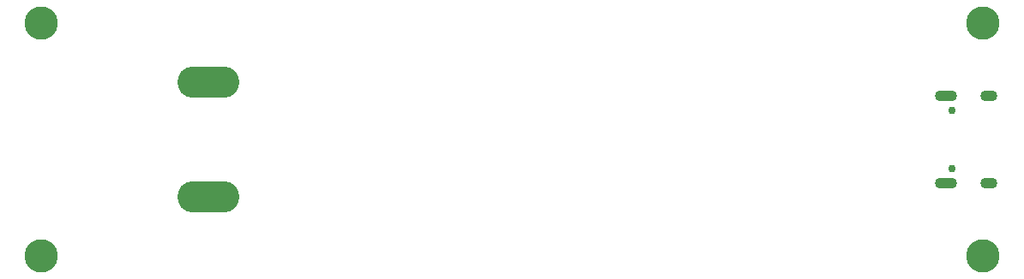
<source format=gbr>
%TF.GenerationSoftware,KiCad,Pcbnew,(5.1.9-0-10_14)*%
%TF.CreationDate,2021-09-01T15:37:48+08:00*%
%TF.ProjectId,KNOB_MAIN,4b4e4f42-5f4d-4414-994e-2e6b69636164,V1.0*%
%TF.SameCoordinates,Original*%
%TF.FileFunction,Soldermask,Bot*%
%TF.FilePolarity,Negative*%
%FSLAX46Y46*%
G04 Gerber Fmt 4.6, Leading zero omitted, Abs format (unit mm)*
G04 Created by KiCad (PCBNEW (5.1.9-0-10_14)) date 2021-09-01 15:37:48*
%MOMM*%
%LPD*%
G01*
G04 APERTURE LIST*
%ADD10C,3.300000*%
%ADD11O,6.100000X3.100000*%
%ADD12O,1.700000X1.100000*%
%ADD13C,0.750000*%
%ADD14O,2.200000X1.100000*%
G04 APERTURE END LIST*
D10*
%TO.C,H4*%
X196500000Y-96500000D03*
%TD*%
%TO.C,H3*%
X196500000Y-73500000D03*
%TD*%
%TO.C,H2*%
X103500000Y-96500000D03*
%TD*%
%TO.C,H1*%
X103500000Y-73500000D03*
%TD*%
D11*
%TO.C,SW1*%
X120000000Y-79300000D03*
X120000000Y-90700000D03*
%TD*%
D12*
%TO.C,J1*%
X197050000Y-80680000D03*
D13*
X193400000Y-82110000D03*
D12*
X197050000Y-89320000D03*
D13*
X193400000Y-87890000D03*
D14*
X192870000Y-89320000D03*
X192870000Y-80680000D03*
%TD*%
M02*

</source>
